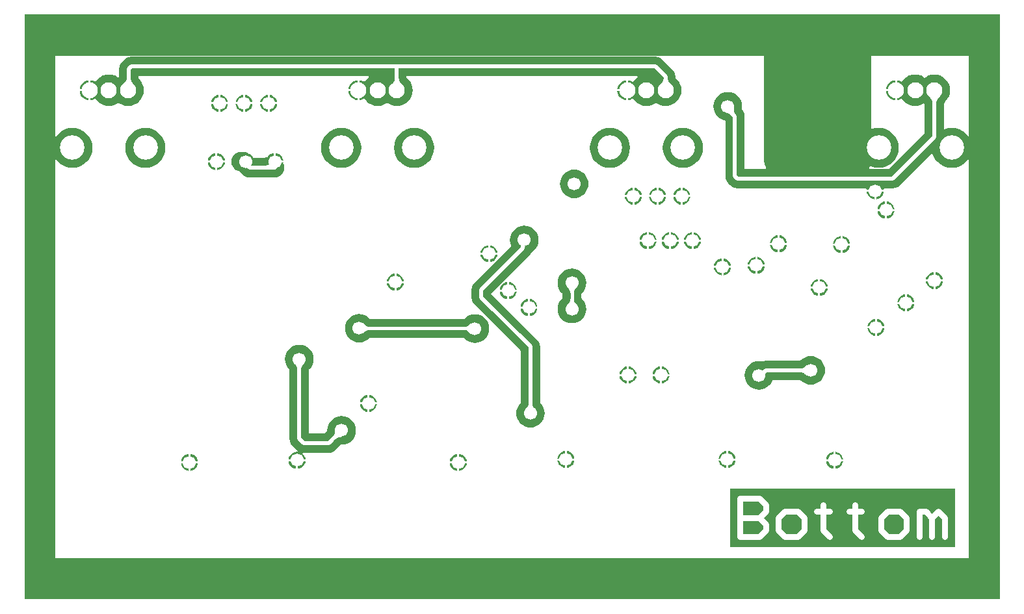
<source format=gbr>
%FSDAX33Y33*%
%MOMM*%
%SFA1B1*%

%IPPOS*%
%AMD1002*
%
%ADD38C,0.399999*%
%ADD63C,0.499999*%
%ADD64C,0.800001*%
%ADD65C,2.100001*%
%ADD66C,3.200001*%
%ADD67C,1.699999*%
%LNbotcopper-1*%
%LPD*%
G36*
X127000Y076200D02*
X000000D01*
Y000000*
X127000*
Y076200*
G37*
%LNbotcopper-2*%
%LPC*%
G36*
X004011Y060410D02*
X004138Y060365D01*
X004405Y060690*
X004801Y061015*
X005252Y061257*
X005743Y061405*
X006252Y061455*
X006762Y061405*
X007252Y061257*
X007704Y061015*
X008100Y060690*
X008425Y060294*
X008666Y059843*
X008815Y059353*
X008865Y058843*
X008815Y058333*
X008666Y057843*
X008425Y057391*
X008100Y056996*
X007704Y056671*
X007252Y056429*
X006762Y056281*
X006252Y056230*
X005743Y056281*
X005252Y056429*
X004801Y056671*
X004405Y056996*
X004138Y057321*
X004011Y057275*
Y005352*
X122994*
Y057275*
X122867Y057321*
X122600Y056996*
X122204Y056671*
X121752Y056429*
X121262Y056281*
X120752Y056230*
X120243Y056281*
X119752Y056429*
X119301Y056671*
X118905Y056996*
X118580Y057391*
X118339Y057843*
X118269Y058073*
X118146Y058103*
X113994Y053951*
X113733Y053751*
X113429Y053625*
X113102Y053582*
X113102*
X111984*
X111888Y053455*
X111899Y053370*
X109705*
X109717Y053455*
X109621Y053582*
X092832*
X092506Y053625*
X092202Y053751*
X091940Y053951*
X091648Y054244*
X091447Y054505*
X091321Y054809*
X091278Y055136*
Y062396*
X091172Y062433*
X091102Y062453*
X091038Y062481*
X090891Y062525*
X090569Y062697*
X090288Y062928*
X090057Y063210*
X089885Y063532*
X089779Y063880*
X089743Y064243*
X089779Y064606*
X089885Y064954*
X090057Y065276*
X090288Y065557*
X090569Y065789*
X090891Y065960*
X091240Y066066*
X091602Y066102*
X091965Y066066*
X092314Y065960*
X092635Y065789*
X092917Y065557*
X093148Y065276*
X093320Y064954*
X093426Y064606*
X093461Y064243*
X093426Y063880*
X093425Y063878*
X093431Y063873*
X093631Y063612*
X093757Y063308*
X093800Y062981*
Y056104*
X096524*
X096580Y056178*
X096600Y056231*
X096457Y056576*
X096431Y056672*
X096399Y056766*
X096323Y057150*
X096318Y057224*
X096305Y057297*
X096295Y057493*
X096297Y057518*
X096294Y057543*
Y070834*
X004011*
Y060410*
G37*
G36*
X110311Y061381D02*
X110413Y061305D01*
X110743Y061405*
X111252Y061455*
X111762Y061405*
X112252Y061257*
X112704Y061015*
X113100Y060690*
X113425Y060294*
X113666Y059843*
X113815Y059353*
X113865Y058843*
X113815Y058333*
X113666Y057843*
X113425Y057391*
X113100Y056996*
X112704Y056671*
X112252Y056429*
X111762Y056281*
X111252Y056230*
X110743Y056281*
X110252Y056429*
X110200Y056457*
X110081Y056414*
X110005Y056231*
X110025Y056178*
X110081Y056104*
X112580*
X117242Y060765*
Y064544*
X117207Y064575*
X117115Y064613*
X116791Y064440*
X116404Y064323*
X116002Y064283*
X115600Y064323*
X115214Y064440*
X114858Y064630*
X114546Y064886*
X114290Y065198*
X114183Y065221*
X114160Y065204*
X113843Y065072*
X113629Y065044*
Y066343*
Y067641*
X113843Y067613*
X114160Y067482*
X114183Y067464*
X114290Y067487*
X114546Y067799*
X114858Y068056*
X115214Y068246*
X115600Y068363*
X116002Y068403*
X116404Y068363*
X116791Y068246*
X117147Y068056*
X117252Y067969*
X117358Y068056*
X117714Y068246*
X118100Y068363*
X118502Y068403*
X118904Y068363*
X119291Y068246*
X119647Y068056*
X119959Y067799*
X120215Y067487*
X120405Y067131*
X120523Y066745*
X120562Y066343*
X120523Y065941*
X120405Y065555*
X120215Y065198*
X119959Y064886*
X119949Y064878*
X119885Y064813*
X119838Y064759*
X119803Y064714*
X119778Y064678*
X119763Y064653*
Y061366*
X119865Y061291*
X120243Y061405*
X120752Y061455*
X121262Y061405*
X121752Y061257*
X122204Y061015*
X122600Y060690*
X122867Y060365*
X122994Y060410*
Y070834*
X110311*
Y061381*
G37*
G36*
X092578Y063296D02*
X092526Y063354D01*
X092481Y063415*
X092445Y063479*
X092416Y063546*
X092396Y063615*
X092384Y063687*
X092381Y063763*
X092385Y063841*
X092398Y063921*
X092418Y064005*
X091381Y063422*
X091478Y063394*
X091657Y063332*
X091738Y063298*
X091886Y063223*
X091952Y063182*
X092013Y063139*
X092069Y063094*
X092120Y063047*
X092578Y063296*
G37*
G36*
X118752Y064693D02*
X118757Y064779D01*
X118772Y064865*
X118796Y064952*
X118830Y065041*
X118874Y065130*
X118927Y065221*
X118990Y065312*
X119063Y065405*
X119145Y065498*
X119237Y065593*
X117767*
X117859Y065498*
X118015Y065312*
X118078Y065221*
X118131Y065130*
X118175Y065041*
X118209Y064952*
X118233Y064865*
X118247Y064779*
X118252Y064693*
X118752*
G37*
%LNbotcopper-3*%
%LPD*%
G36*
X043375Y067641D02*
Y066470D01*
X042204*
X042232Y066683*
X042363Y067001*
X042572Y067273*
X042845Y067482*
X043162Y067613*
X043375Y067641*
G37*
G36*
X078375D02*
Y066470D01*
X077204*
X077232Y066683*
X077363Y067001*
X077572Y067273*
X077845Y067482*
X078162Y067613*
X078375Y067641*
G37*
G36*
X008375D02*
Y066470D01*
X007204*
X007232Y066683*
X007363Y067001*
X007572Y067273*
X007845Y067482*
X008162Y067613*
X008375Y067641*
G37*
G36*
X013895Y070704D02*
X082202D01*
X082529Y070661*
X082833Y070535*
X083094Y070334*
Y070334*
X084394Y069034*
X084594Y068773*
X084720Y068469*
X084763Y068143*
Y068033*
X084778Y068008*
X084794Y067984*
X084895Y067863*
X084949Y067807*
X084959Y067799*
X085215Y067487*
X085405Y067131*
X085523Y066745*
X085562Y066343*
X085523Y065941*
X085405Y065555*
X085215Y065198*
X084959Y064886*
X084647Y064630*
X084291Y064440*
X083904Y064323*
X083502Y064283*
X083100Y064323*
X082714Y064440*
X082358Y064630*
X082252Y064717*
X082147Y064630*
X081791Y064440*
X081404Y064323*
X081002Y064283*
X080600Y064323*
X080214Y064440*
X079858Y064630*
X079546Y064886*
X079290Y065198*
X079183Y065221*
X079160Y065204*
X078843Y065072*
X078629Y065044*
Y066343*
Y067641*
X078843Y067613*
X079160Y067482*
X079183Y067464*
X079290Y067487*
X079546Y067799*
X079858Y068056*
X079864Y068059*
X079833Y068182*
X049763*
Y068033*
X049778Y068008*
X049794Y067984*
X049895Y067863*
X049949Y067807*
X049959Y067799*
X050215Y067487*
X050405Y067131*
X050523Y066745*
X050562Y066343*
X050523Y065941*
X050405Y065555*
X050215Y065198*
X049959Y064886*
X049647Y064630*
X049291Y064440*
X048904Y064323*
X048502Y064283*
X048100Y064323*
X047714Y064440*
X047358Y064630*
X047252Y064717*
X047147Y064630*
X046791Y064440*
X046404Y064323*
X046002Y064283*
X045600Y064323*
X045214Y064440*
X044858Y064630*
X044546Y064886*
X044290Y065198*
X044183Y065221*
X044160Y065204*
X043843Y065072*
X043629Y065044*
Y066343*
Y067641*
X043843Y067613*
X044160Y067482*
X044183Y067464*
X044290Y067487*
X044546Y067799*
X044858Y068056*
X044864Y068059*
X044833Y068182*
X014863*
Y067989*
X014864Y067987*
X014876Y067960*
X014896Y067921*
X014920Y067882*
X015023Y067735*
X015089Y067654*
X015122Y067601*
X015215Y067487*
X015405Y067131*
X015523Y066745*
X015562Y066343*
X015523Y065941*
X015405Y065555*
X015215Y065198*
X014959Y064886*
X014647Y064630*
X014291Y064440*
X013904Y064323*
X013502Y064283*
X013100Y064323*
X012714Y064440*
X012358Y064630*
X012252Y064717*
X012147Y064630*
X011791Y064440*
X011404Y064323*
X011002Y064283*
X010600Y064323*
X010214Y064440*
X009858Y064630*
X009546Y064886*
X009290Y065198*
X009183Y065221*
X009160Y065204*
X008843Y065072*
X008629Y065044*
Y066343*
Y067641*
X008843Y067613*
X009160Y067482*
X009183Y067464*
X009290Y067487*
X009546Y067799*
X009858Y068056*
X010214Y068246*
X010600Y068363*
X011002Y068403*
X011404Y068363*
X011791Y068246*
X012147Y068056*
X012244Y067975*
X012261Y067990*
X012303Y068030*
X012332Y068062*
X012341Y068074*
Y069150*
X012384Y069476*
X012510Y069780*
X012711Y070041*
X013004Y070334*
X013265Y070535*
X013569Y070661*
X013895Y070704*
G37*
G36*
X077204Y066216D02*
X078375D01*
Y065044*
X078162Y065072*
X077845Y065204*
X077572Y065413*
X077363Y065685*
X077232Y066002*
X077204Y066216*
G37*
G36*
X042204D02*
X043375D01*
Y065044*
X043162Y065072*
X042845Y065204*
X042572Y065413*
X042363Y065685*
X042232Y066002*
X042204Y066216*
G37*
G36*
X007204D02*
X008375D01*
Y065044*
X008162Y065072*
X007845Y065204*
X007572Y065413*
X007363Y065685*
X007232Y066002*
X007204Y066216*
G37*
G36*
X025275Y065740D02*
Y064770D01*
X024305*
X024327Y064931*
X024438Y065200*
X024615Y065430*
X024846Y065607*
X025114Y065718*
X025275Y065740*
G37*
G36*
X025529D02*
X025690Y065718D01*
X025959Y065607*
X026190Y065430*
X026367Y065200*
X026478Y064931*
X026499Y064770*
X025529*
Y065740*
G37*
G36*
X028475D02*
Y064770D01*
X027505*
X027527Y064931*
X027638Y065200*
X027815Y065430*
X028046Y065607*
X028314Y065718*
X028475Y065740*
G37*
G36*
X028729D02*
X028891Y065718D01*
X029159Y065607*
X029390Y065430*
X029567Y065200*
X029678Y064931*
X029699Y064770*
X028729*
Y065740*
G37*
G36*
X031675D02*
Y064770D01*
X030705*
X030727Y064931*
X030838Y065200*
X031015Y065430*
X031246Y065607*
X031514Y065718*
X031675Y065740*
G37*
G36*
X031929D02*
X032090Y065718D01*
X032359Y065607*
X032590Y065430*
X032767Y065200*
X032878Y064931*
X032899Y064770*
X031929*
Y065740*
G37*
G36*
X024305Y064516D02*
X025275D01*
Y063546*
X025114Y063567*
X024846Y063679*
X024615Y063856*
X024438Y064086*
X024327Y064355*
X024305Y064516*
G37*
G36*
X025529D02*
X026499D01*
X026478Y064355*
X026367Y064086*
X026190Y063856*
X025959Y063679*
X025690Y063567*
X025529Y063546*
Y064516*
G37*
G36*
X027505D02*
X028475D01*
Y063546*
X028314Y063567*
X028046Y063679*
X027815Y063856*
X027638Y064086*
X027527Y064355*
X027505Y064516*
G37*
G36*
X028729D02*
X029699D01*
X029678Y064355*
X029567Y064086*
X029390Y063856*
X029159Y063679*
X028891Y063567*
X028729Y063546*
Y064516*
G37*
G36*
X030705D02*
X031675D01*
Y063546*
X031514Y063567*
X031246Y063679*
X031015Y063856*
X030838Y064086*
X030727Y064355*
X030705Y064516*
G37*
G36*
X031929D02*
X032899D01*
X032878Y064355*
X032767Y064086*
X032590Y063856*
X032359Y063679*
X032090Y063567*
X031929Y063546*
Y064516*
G37*
G36*
X028202Y058304D02*
X028527D01*
X028853Y058261*
X029157Y058135*
X029282Y058039*
X029359Y058007*
X029590Y057830*
X029767Y057600*
X029776Y057577*
X029849Y057504*
X031229*
X031418Y057590*
X031486Y057611*
X031551Y057640*
X031611Y057649*
X031669Y057667*
X031690Y057668*
X031815Y057830*
X032046Y058007*
X032314Y058118*
X032475Y058140*
Y057043*
X032602*
Y056916*
X033699*
X033694Y056874*
X033694Y056873*
X033820Y056569*
X033863Y056243*
X033820Y055917*
X033694Y055612*
X033494Y055351*
X033233Y055151*
X032929Y055025*
X032602Y054982*
X029327*
X029001Y055025*
X028697Y055151*
X028435Y055351*
X027975Y055812*
X027876Y055825*
X027572Y055951*
X027311Y056151*
X027110Y056412*
X026984Y056717*
X026942Y057043*
X026984Y057369*
X027110Y057673*
X027311Y057934*
X027572Y058135*
X027876Y058261*
X028202Y058304*
G37*
G36*
X024875Y058140D02*
Y057170D01*
X023905*
X023927Y057331*
X024038Y057600*
X024215Y057830*
X024446Y058007*
X024714Y058118*
X024875Y058140*
G37*
G36*
X025129D02*
X025290Y058118D01*
X025559Y058007*
X025790Y057830*
X025967Y057600*
X026078Y057331*
X026099Y057170*
X025129*
Y058140*
G37*
G36*
X032729D02*
X032890Y058118D01*
X033159Y058007*
X033390Y057830*
X033567Y057600*
X033678Y057331*
X033699Y057170*
X032729*
Y058140*
G37*
G36*
X015752Y061455D02*
X016262Y061405D01*
X016752Y061257*
X017204Y061015*
X017600Y060690*
X017925Y060294*
X018166Y059843*
X018315Y059353*
X018365Y058843*
X018315Y058333*
X018166Y057843*
X017925Y057391*
X017600Y056996*
X017204Y056671*
X016752Y056429*
X016262Y056281*
X015752Y056230*
X015243Y056281*
X014753Y056429*
X014301Y056671*
X013905Y056996*
X013580Y057391*
X013339Y057843*
X013190Y058333*
X013140Y058843*
X013190Y059353*
X013339Y059843*
X013580Y060294*
X013905Y060690*
X014301Y061015*
X014753Y061257*
X015243Y061405*
X015752Y061455*
G37*
G36*
X041252D02*
X041762Y061405D01*
X042252Y061257*
X042704Y061015*
X043100Y060690*
X043425Y060294*
X043666Y059843*
X043815Y059353*
X043865Y058843*
X043815Y058333*
X043666Y057843*
X043425Y057391*
X043100Y056996*
X042704Y056671*
X042252Y056429*
X041762Y056281*
X041252Y056230*
X040743Y056281*
X040253Y056429*
X039801Y056671*
X039405Y056996*
X039080Y057391*
X038839Y057843*
X038690Y058333*
X038640Y058843*
X038690Y059353*
X038839Y059843*
X039080Y060294*
X039405Y060690*
X039801Y061015*
X040253Y061257*
X040743Y061405*
X041252Y061455*
G37*
G36*
X050752D02*
X051262Y061405D01*
X051752Y061257*
X052204Y061015*
X052600Y060690*
X052925Y060294*
X053166Y059843*
X053315Y059353*
X053365Y058843*
X053315Y058333*
X053166Y057843*
X052925Y057391*
X052600Y056996*
X052204Y056671*
X051752Y056429*
X051262Y056281*
X050752Y056230*
X050243Y056281*
X049752Y056429*
X049301Y056671*
X048905Y056996*
X048580Y057391*
X048339Y057843*
X048190Y058333*
X048140Y058843*
X048190Y059353*
X048339Y059843*
X048580Y060294*
X048905Y060690*
X049301Y061015*
X049752Y061257*
X050243Y061405*
X050752Y061455*
G37*
G36*
X076252D02*
X076762Y061405D01*
X077252Y061257*
X077704Y061015*
X078100Y060690*
X078425Y060294*
X078666Y059843*
X078815Y059353*
X078865Y058843*
X078815Y058333*
X078666Y057843*
X078425Y057391*
X078100Y056996*
X077704Y056671*
X077252Y056429*
X076762Y056281*
X076252Y056230*
X075743Y056281*
X075252Y056429*
X074801Y056671*
X074405Y056996*
X074080Y057391*
X073839Y057843*
X073690Y058333*
X073640Y058843*
X073690Y059353*
X073839Y059843*
X074080Y060294*
X074405Y060690*
X074801Y061015*
X075252Y061257*
X075743Y061405*
X076252Y061455*
G37*
G36*
X085752D02*
X086262Y061405D01*
X086752Y061257*
X087204Y061015*
X087600Y060690*
X087925Y060294*
X088166Y059843*
X088315Y059353*
X088365Y058843*
X088315Y058333*
X088166Y057843*
X087925Y057391*
X087600Y056996*
X087204Y056671*
X086752Y056429*
X086262Y056281*
X085752Y056230*
X085243Y056281*
X084752Y056429*
X084301Y056671*
X083905Y056996*
X083580Y057391*
X083339Y057843*
X083190Y058333*
X083140Y058843*
X083190Y059353*
X083339Y059843*
X083580Y060294*
X083905Y060690*
X084301Y061015*
X084752Y061257*
X085243Y061405*
X085752Y061455*
G37*
G36*
X023905Y056916D02*
X024875D01*
Y055946*
X024714Y055967*
X024446Y056079*
X024215Y056255*
X024038Y056486*
X023927Y056755*
X023905Y056916*
G37*
G36*
X025129D02*
X026099D01*
X026078Y056755*
X025967Y056486*
X025790Y056255*
X025559Y056079*
X025290Y055967*
X025129Y055946*
Y056916*
G37*
G36*
X079175Y053640D02*
Y052670D01*
X078205*
X078227Y052831*
X078338Y053100*
X078515Y053330*
X078746Y053507*
X079014Y053618*
X079175Y053640*
G37*
G36*
X079429D02*
X079591Y053618D01*
X079859Y053507*
X080090Y053330*
X080267Y053100*
X080378Y052831*
X080399Y052670*
X079429*
Y053640*
G37*
G36*
X082325D02*
Y052670D01*
X081355*
X081377Y052831*
X081488Y053100*
X081665Y053330*
X081896Y053507*
X082164Y053618*
X082325Y053640*
G37*
G36*
X082579D02*
X082740Y053618D01*
X083009Y053507*
X083240Y053330*
X083417Y053100*
X083528Y052831*
X083549Y052670*
X082579*
Y053640*
G37*
G36*
X085475D02*
Y052670D01*
X084505*
X084527Y052831*
X084638Y053100*
X084815Y053330*
X085046Y053507*
X085314Y053618*
X085475Y053640*
G37*
G36*
X085729D02*
X085890Y053618D01*
X086159Y053507*
X086390Y053330*
X086567Y053100*
X086678Y052831*
X086699Y052670*
X085729*
Y053640*
G37*
G36*
X071602Y056002D02*
X071965Y055966D01*
X072314Y055860*
X072635Y055689*
X072917Y055457*
X073148Y055176*
X073320Y054854*
X073426Y054506*
X073461Y054143*
X073426Y053780*
X073320Y053431*
X073148Y053110*
X072917Y052828*
X072635Y052597*
X072314Y052425*
X071965Y052320*
X071602Y052284*
X071240Y052320*
X070891Y052425*
X070570Y052597*
X070288Y052828*
X070057Y053110*
X069885Y053431*
X069779Y053780*
X069743Y054143*
X069779Y054506*
X069885Y054854*
X070057Y055176*
X070288Y055457*
X070570Y055689*
X070891Y055860*
X071240Y055966*
X071602Y056002*
G37*
G36*
X109705Y053116D02*
X110675D01*
Y052146*
X110514Y052167*
X110246Y052279*
X110015Y052456*
X109838Y052686*
X109727Y052955*
X109705Y053116*
G37*
G36*
X110929D02*
X111899D01*
X111878Y052955*
X111767Y052686*
X111590Y052456*
X111359Y052279*
X111090Y052167*
X110929Y052146*
Y053116*
G37*
G36*
X078205Y052416D02*
X079175D01*
Y051446*
X079014Y051467*
X078746Y051579*
X078515Y051756*
X078338Y051986*
X078227Y052255*
X078205Y052416*
G37*
G36*
X079429D02*
X080399D01*
X080378Y052255*
X080267Y051986*
X080090Y051756*
X079859Y051579*
X079591Y051467*
X079429Y051446*
Y052416*
G37*
G36*
X081355D02*
X082325D01*
Y051446*
X082164Y051467*
X081896Y051579*
X081665Y051756*
X081488Y051986*
X081377Y052255*
X081355Y052416*
G37*
G36*
X082579D02*
X083549D01*
X083528Y052255*
X083417Y051986*
X083240Y051756*
X083009Y051579*
X082740Y051467*
X082579Y051446*
Y052416*
G37*
G36*
X084505D02*
X085475D01*
Y051446*
X085314Y051467*
X085046Y051579*
X084815Y051756*
X084638Y051986*
X084527Y052255*
X084505Y052416*
G37*
G36*
X085729D02*
X086699D01*
X086678Y052255*
X086567Y051986*
X086390Y051756*
X086159Y051579*
X085890Y051467*
X085729Y051446*
Y052416*
G37*
G36*
X112075Y051840D02*
Y050870D01*
X111105*
X111127Y051031*
X111238Y051300*
X111415Y051530*
X111646Y051707*
X111914Y051818*
X112075Y051840*
G37*
G36*
X112329D02*
X112490Y051818D01*
X112759Y051707*
X112990Y051530*
X113167Y051300*
X113278Y051031*
X113299Y050870*
X112329*
Y051840*
G37*
G36*
X111105Y050616D02*
X112075D01*
Y049646*
X111914Y049667*
X111646Y049779*
X111415Y049956*
X111238Y050186*
X111127Y050455*
X111105Y050616*
G37*
G36*
X112329D02*
X113299D01*
X113278Y050455*
X113167Y050186*
X112990Y049956*
X112759Y049779*
X112490Y049667*
X112329Y049646*
Y050616*
G37*
G36*
X081075Y047840D02*
Y046870D01*
X080105*
X080127Y047031*
X080238Y047300*
X080415Y047530*
X080646Y047707*
X080914Y047818*
X081075Y047840*
G37*
G36*
X081329D02*
X081490Y047818D01*
X081759Y047707*
X081990Y047530*
X082167Y047300*
X082278Y047031*
X082299Y046870*
X081329*
Y047840*
G37*
G36*
X083975D02*
Y046870D01*
X083005*
X083027Y047031*
X083138Y047300*
X083315Y047530*
X083546Y047707*
X083814Y047818*
X083975Y047840*
G37*
G36*
X084229D02*
X084390Y047818D01*
X084659Y047707*
X084890Y047530*
X085067Y047300*
X085178Y047031*
X085199Y046870*
X084229*
Y047840*
G37*
G36*
X086875D02*
Y046870D01*
X085905*
X085927Y047031*
X086038Y047300*
X086215Y047530*
X086446Y047707*
X086714Y047818*
X086875Y047840*
G37*
G36*
X087129D02*
X087290Y047818D01*
X087559Y047707*
X087790Y047530*
X087967Y047300*
X088078Y047031*
X088099Y046870*
X087129*
Y047840*
G37*
G36*
X098075Y047440D02*
Y046470D01*
X097105*
X097127Y046631*
X097238Y046900*
X097415Y047130*
X097646Y047307*
X097914Y047418*
X098075Y047440*
G37*
G36*
X098329D02*
X098490Y047418D01*
X098759Y047307*
X098990Y047130*
X099167Y046900*
X099278Y046631*
X099299Y046470*
X098329*
Y047440*
G37*
G36*
X106275Y047340D02*
Y046370D01*
X105305*
X105327Y046531*
X105438Y046800*
X105615Y047030*
X105846Y047207*
X106114Y047318*
X106275Y047340*
G37*
G36*
X106529D02*
X106690Y047318D01*
X106959Y047207*
X107190Y047030*
X107367Y046800*
X107478Y046531*
X107499Y046370*
X106529*
Y047340*
G37*
G36*
X080105Y046616D02*
X081075D01*
Y045646*
X080914Y045667*
X080646Y045779*
X080415Y045956*
X080238Y046186*
X080127Y046455*
X080105Y046616*
G37*
G36*
X081329D02*
X082299D01*
X082278Y046455*
X082167Y046186*
X081990Y045956*
X081759Y045779*
X081490Y045667*
X081329Y045646*
Y046616*
G37*
G36*
X083005D02*
X083975D01*
Y045646*
X083814Y045667*
X083546Y045779*
X083315Y045956*
X083138Y046186*
X083027Y046455*
X083005Y046616*
G37*
G36*
X084229D02*
X085199D01*
X085178Y046455*
X085067Y046186*
X084890Y045956*
X084659Y045779*
X084390Y045667*
X084229Y045646*
Y046616*
G37*
G36*
X085905D02*
X086875D01*
Y045646*
X086714Y045667*
X086446Y045779*
X086215Y045956*
X086038Y046186*
X085927Y046455*
X085905Y046616*
G37*
G36*
X087129D02*
X088099D01*
X088078Y046455*
X087967Y046186*
X087790Y045956*
X087559Y045779*
X087290Y045667*
X087129Y045646*
Y046616*
G37*
G36*
X097105Y046216D02*
X098075D01*
Y045246*
X097914Y045267*
X097646Y045379*
X097415Y045556*
X097238Y045786*
X097127Y046055*
X097105Y046216*
G37*
G36*
X098329D02*
X099299D01*
X099278Y046055*
X099167Y045786*
X098990Y045556*
X098759Y045379*
X098490Y045267*
X098329Y045246*
Y046216*
G37*
G36*
X060375Y046140D02*
Y045170D01*
X059405*
X059427Y045331*
X059538Y045600*
X059715Y045830*
X059946Y046007*
X060214Y046118*
X060375Y046140*
G37*
G36*
X060629D02*
X060790Y046118D01*
X061059Y046007*
X061290Y045830*
X061467Y045600*
X061578Y045331*
X061599Y045170*
X060629*
Y046140*
G37*
G36*
X105305Y046116D02*
X106275D01*
Y045146*
X106114Y045167*
X105846Y045279*
X105615Y045456*
X105438Y045686*
X105327Y045955*
X105305Y046116*
G37*
G36*
X106529D02*
X107499D01*
X107478Y045955*
X107367Y045686*
X107190Y045456*
X106959Y045279*
X106690Y045167*
X106529Y045146*
Y046116*
G37*
G36*
X059405Y044916D02*
X060375D01*
Y043946*
X060214Y043967*
X059946Y044079*
X059715Y044255*
X059538Y044486*
X059427Y044755*
X059405Y044916*
G37*
G36*
X060629D02*
X061599D01*
X061578Y044755*
X061467Y044486*
X061290Y044255*
X061059Y044079*
X060790Y043967*
X060629Y043946*
Y044916*
G37*
G36*
X095175Y044640D02*
Y043670D01*
X094205*
X094227Y043831*
X094338Y044100*
X094515Y044330*
X094746Y044507*
X095014Y044618*
X095175Y044640*
G37*
G36*
X095429D02*
X095590Y044618D01*
X095859Y044507*
X096090Y044330*
X096267Y044100*
X096378Y043831*
X096399Y043670*
X095429*
Y044640*
G37*
G36*
X090775Y044440D02*
Y043470D01*
X089805*
X089827Y043631*
X089938Y043900*
X090115Y044130*
X090346Y044307*
X090614Y044418*
X090775Y044440*
G37*
G36*
X091029D02*
X091190Y044418D01*
X091459Y044307*
X091690Y044130*
X091867Y043900*
X091978Y043631*
X091999Y043470*
X091029*
Y044440*
G37*
G36*
X094205Y043416D02*
X095175D01*
Y042446*
X095014Y042467*
X094746Y042579*
X094515Y042755*
X094338Y042986*
X094227Y043255*
X094205Y043416*
G37*
G36*
X095429D02*
X096399D01*
X096378Y043255*
X096267Y042986*
X096090Y042755*
X095859Y042579*
X095590Y042467*
X095429Y042446*
Y043416*
G37*
G36*
X089805Y043216D02*
X090775D01*
Y042246*
X090614Y042267*
X090346Y042379*
X090115Y042555*
X089938Y042786*
X089827Y043055*
X089805Y043216*
G37*
G36*
X091029D02*
X091999D01*
X091978Y043055*
X091867Y042786*
X091690Y042555*
X091459Y042379*
X091190Y042267*
X091029Y042246*
Y043216*
G37*
G36*
X118375Y042640D02*
Y041670D01*
X117405*
X117427Y041831*
X117538Y042100*
X117715Y042330*
X117946Y042507*
X118214Y042618*
X118375Y042640*
G37*
G36*
X118629D02*
X118790Y042618D01*
X119059Y042507*
X119290Y042330*
X119467Y042100*
X119578Y041831*
X119599Y041670*
X118629*
Y042640*
G37*
G36*
X048175Y042440D02*
Y041470D01*
X047205*
X047227Y041631*
X047338Y041900*
X047515Y042130*
X047746Y042307*
X048014Y042418*
X048175Y042440*
G37*
G36*
X048429D02*
X048590Y042418D01*
X048859Y042307*
X049090Y042130*
X049267Y041900*
X049378Y041631*
X049399Y041470*
X048429*
Y042440*
G37*
G36*
X103375Y041740D02*
Y040770D01*
X102405*
X102427Y040931*
X102538Y041200*
X102715Y041430*
X102946Y041607*
X103214Y041718*
X103375Y041740*
G37*
G36*
X103629D02*
X103790Y041718D01*
X104059Y041607*
X104290Y041430*
X104467Y041200*
X104578Y040931*
X104599Y040770*
X103629*
Y041740*
G37*
G36*
X117405Y041416D02*
X118375D01*
Y040446*
X118214Y040467*
X117946Y040579*
X117715Y040756*
X117538Y040986*
X117427Y041255*
X117405Y041416*
G37*
G36*
X118629D02*
X119599D01*
X119578Y041255*
X119467Y040986*
X119290Y040756*
X119059Y040579*
X118790Y040467*
X118629Y040446*
Y041416*
G37*
G36*
X062875Y041340D02*
Y040370D01*
X061905*
X061927Y040531*
X062038Y040800*
X062215Y041030*
X062446Y041207*
X062714Y041318*
X062875Y041340*
G37*
G36*
X063129D02*
X063290Y041318D01*
X063559Y041207*
X063790Y041030*
X063967Y040800*
X064078Y040531*
X064099Y040370*
X063129*
Y041340*
G37*
G36*
X047205Y041216D02*
X048175D01*
Y040246*
X048014Y040267*
X047746Y040379*
X047515Y040556*
X047338Y040786*
X047227Y041055*
X047205Y041216*
G37*
G36*
X048429D02*
X049399D01*
X049378Y041055*
X049267Y040786*
X049090Y040556*
X048859Y040379*
X048590Y040267*
X048429Y040246*
Y041216*
G37*
G36*
X102405Y040516D02*
X103375D01*
Y039546*
X103214Y039567*
X102946Y039679*
X102715Y039856*
X102538Y040086*
X102427Y040355*
X102405Y040516*
G37*
G36*
X103629D02*
X104599D01*
X104578Y040355*
X104467Y040086*
X104290Y039856*
X104059Y039679*
X103790Y039567*
X103629Y039546*
Y040516*
G37*
G36*
X061905Y040116D02*
X062875D01*
Y039146*
X062714Y039167*
X062446Y039279*
X062215Y039456*
X062038Y039686*
X061927Y039955*
X061905Y040116*
G37*
G36*
X063129D02*
X064099D01*
X064078Y039955*
X063967Y039686*
X063790Y039456*
X063559Y039279*
X063290Y039167*
X063129Y039146*
Y040116*
G37*
G36*
X114675Y039740D02*
Y038770D01*
X113705*
X113727Y038931*
X113838Y039200*
X114015Y039430*
X114246Y039607*
X114514Y039718*
X114675Y039740*
G37*
G36*
X114929D02*
X115090Y039718D01*
X115359Y039607*
X115590Y039430*
X115767Y039200*
X115878Y038931*
X115899Y038770*
X114929*
Y039740*
G37*
G36*
X065575Y039140D02*
Y038170D01*
X064605*
X064627Y038331*
X064738Y038600*
X064915Y038830*
X065146Y039007*
X065414Y039118*
X065575Y039140*
G37*
G36*
X065829D02*
X065990Y039118D01*
X066259Y039007*
X066490Y038830*
X066667Y038600*
X066778Y038331*
X066799Y038170*
X065829*
Y039140*
G37*
G36*
X113705Y038516D02*
X114675D01*
Y037546*
X114514Y037567*
X114246Y037679*
X114015Y037856*
X113838Y038086*
X113727Y038355*
X113705Y038516*
G37*
G36*
X114929D02*
X115899D01*
X115878Y038355*
X115767Y038086*
X115590Y037856*
X115359Y037679*
X115090Y037567*
X114929Y037546*
Y038516*
G37*
G36*
X064605Y037916D02*
X065575D01*
Y036946*
X065414Y036967*
X065146Y037079*
X064915Y037256*
X064738Y037486*
X064627Y037755*
X064605Y037916*
G37*
G36*
X065829D02*
X066799D01*
X066778Y037755*
X066667Y037486*
X066490Y037256*
X066259Y037079*
X065990Y036967*
X065829Y036946*
Y037916*
G37*
G36*
X043602Y037202D02*
X043965Y037166D01*
X044314Y037060*
X044635Y036889*
X044917Y036657*
X044937Y036633*
X044951Y036622*
X045006Y036564*
X045039Y036534*
X045046Y036528*
X057245*
X057334Y036598*
X057387Y036647*
X057435Y036681*
X057627Y036839*
X057948Y037010*
X058297Y037116*
X058659Y037152*
X059022Y037116*
X059371Y037010*
X059692Y036839*
X059974Y036607*
X060205Y036326*
X060377Y036004*
X060483Y035656*
X060518Y035293*
X060483Y034930*
X060377Y034581*
X060205Y034260*
X059974Y033978*
X059692Y033747*
X059371Y033575*
X059022Y033470*
X058659Y033434*
X058297Y033470*
X057948Y033575*
X057627Y033747*
X057345Y033978*
X057325Y034003*
X057311Y034014*
X057255Y034071*
X057223Y034102*
X057215Y034108*
X045016*
X044928Y034037*
X044875Y033988*
X044827Y033954*
X044635Y033797*
X044314Y033625*
X043965Y033520*
X043602Y033484*
X043240Y033520*
X042891Y033625*
X042570Y033797*
X042288Y034028*
X042057Y034310*
X041885Y034632*
X041779Y034980*
X041743Y035343*
X041779Y035706*
X041885Y036054*
X042057Y036376*
X042288Y036657*
X042570Y036889*
X042891Y037060*
X043240Y037166*
X043602Y037202*
G37*
G36*
X071302Y043102D02*
X071665Y043066D01*
X072014Y042960*
X072335Y042789*
X072617Y042557*
X072848Y042276*
X073020Y041954*
X073126Y041606*
X073161Y041243*
X073126Y040880*
X073020Y040531*
X072848Y040210*
X072617Y039928*
X072614Y039926*
X072562Y039873*
X072530Y039836*
X072513Y039815*
Y039274*
X072571Y039203*
X072614Y039160*
X072617Y039157*
X072848Y038876*
X073020Y038554*
X073126Y038206*
X073161Y037843*
X073126Y037480*
X073020Y037132*
X072848Y036810*
X072617Y036528*
X072335Y036297*
X072014Y036125*
X071665Y036020*
X071302Y035984*
X070940Y036020*
X070591Y036125*
X070270Y036297*
X069988Y036528*
X069757Y036810*
X069585Y037132*
X069479Y037480*
X069443Y037843*
X069479Y038206*
X069585Y038554*
X069757Y038876*
X069988Y039157*
X069991Y039160*
X070043Y039213*
X070075Y039249*
X070092Y039271*
Y039812*
X070033Y039882*
X069991Y039926*
X069988Y039928*
X069757Y040210*
X069585Y040531*
X069479Y040880*
X069443Y041243*
X069479Y041606*
X069585Y041954*
X069757Y042276*
X069988Y042557*
X070270Y042789*
X070591Y042960*
X070940Y043066*
X071302Y043102*
G37*
G36*
X110775Y036540D02*
Y035570D01*
X109805*
X109827Y035731*
X109938Y036000*
X110115Y036230*
X110346Y036407*
X110614Y036518*
X110775Y036540*
G37*
G36*
X111029D02*
X111190Y036518D01*
X111459Y036407*
X111690Y036230*
X111867Y036000*
X111978Y035731*
X111999Y035570*
X111029*
Y036540*
G37*
G36*
X109805Y035316D02*
X110775D01*
Y034346*
X110614Y034367*
X110346Y034479*
X110115Y034656*
X109938Y034886*
X109827Y035155*
X109805Y035316*
G37*
G36*
X111029D02*
X111999D01*
X111978Y035155*
X111867Y034886*
X111690Y034656*
X111459Y034479*
X111190Y034367*
X111029Y034346*
Y035316*
G37*
G36*
X078475Y030340D02*
Y029370D01*
X077505*
X077527Y029531*
X077638Y029800*
X077815Y030030*
X078046Y030207*
X078314Y030318*
X078475Y030340*
G37*
G36*
X078729D02*
X078890Y030318D01*
X079159Y030207*
X079390Y030030*
X079567Y029800*
X079678Y029531*
X079699Y029370*
X078729*
Y030340*
G37*
G36*
X082775D02*
Y029370D01*
X081805*
X081827Y029531*
X081938Y029800*
X082115Y030030*
X082346Y030207*
X082614Y030318*
X082775Y030340*
G37*
G36*
X083029D02*
X083190Y030318D01*
X083459Y030207*
X083690Y030030*
X083867Y029800*
X083978Y029531*
X083999Y029370*
X083029*
Y030340*
G37*
G36*
X077505Y029116D02*
X078475D01*
Y028146*
X078314Y028167*
X078046Y028279*
X077815Y028456*
X077638Y028686*
X077527Y028955*
X077505Y029116*
G37*
G36*
X078729D02*
X079699D01*
X079678Y028955*
X079567Y028686*
X079390Y028456*
X079159Y028279*
X078890Y028167*
X078729Y028146*
Y029116*
G37*
G36*
X081805D02*
X082775D01*
Y028146*
X082614Y028167*
X082346Y028279*
X082115Y028456*
X081938Y028686*
X081827Y028955*
X081805Y029116*
G37*
G36*
X083029D02*
X083999D01*
X083978Y028955*
X083867Y028686*
X083690Y028456*
X083459Y028279*
X083190Y028167*
X083029Y028146*
Y029116*
G37*
G36*
X102402Y031702D02*
X102765Y031666D01*
X103114Y031560*
X103435Y031389*
X103717Y031157*
X103948Y030876*
X104120Y030554*
X104226Y030206*
X104261Y029843*
X104226Y029480*
X104120Y029131*
X103948Y028810*
X103717Y028528*
X103435Y028297*
X103114Y028125*
X102765Y028020*
X102402Y027984*
X102040Y028020*
X101691Y028125*
X101370Y028297*
X101103Y028516*
X101095Y028522*
X101091Y028526*
X101088Y028528*
X101086Y028531*
X101050Y028566*
X101030Y028582*
X097403*
X097371Y028477*
X097200Y028155*
X096968Y027874*
X096687Y027643*
X096365Y027471*
X096017Y027365*
X095654Y027329*
X095291Y027365*
X094943Y027471*
X094621Y027643*
X094339Y027874*
X094108Y028155*
X093936Y028477*
X093831Y028826*
X093795Y029188*
X093831Y029551*
X093936Y029900*
X094108Y030221*
X094339Y030503*
X094621Y030734*
X094943Y030906*
X095291Y031011*
X095654Y031047*
X096017Y031011*
X096066Y030997*
X096220Y031061*
X096547Y031104*
X101030*
X101050Y031120*
X101086Y031155*
X101088Y031157*
X101091Y031160*
X101095Y031164*
X101103Y031170*
X101370Y031389*
X101691Y031560*
X102040Y031666*
X102402Y031702*
G37*
G36*
X044675Y026640D02*
Y025670D01*
X043705*
X043727Y025831*
X043838Y026100*
X044015Y026330*
X044246Y026507*
X044514Y026618*
X044675Y026640*
G37*
G36*
X044929D02*
X045090Y026618D01*
X045359Y026507*
X045590Y026330*
X045767Y026100*
X045878Y025831*
X045899Y025670*
X044929*
Y026640*
G37*
G36*
X043705Y025416D02*
X044675D01*
Y024446*
X044514Y024467*
X044246Y024579*
X044015Y024756*
X043838Y024986*
X043727Y025255*
X043705Y025416*
G37*
G36*
X044929D02*
X045899D01*
X045878Y025255*
X045767Y024986*
X045590Y024756*
X045359Y024579*
X045090Y024467*
X044929Y024446*
Y025416*
G37*
G36*
X065102Y048702D02*
X065465Y048666D01*
X065814Y048560*
X066135Y048389*
X066417Y048157*
X066648Y047876*
X066820Y047554*
X066926Y047206*
X066961Y046843*
X066926Y046480*
X066820Y046131*
X066648Y045810*
X066417Y045528*
X066135Y045297*
X066066Y045261*
X066013Y045131*
X065812Y044870*
X060785Y039843*
X066794Y033834*
X066994Y033573*
X067120Y033269*
X067163Y032943*
Y025615*
X067179Y025596*
X067214Y025559*
X067217Y025557*
X067220Y025554*
X067224Y025550*
X067229Y025543*
X067448Y025276*
X067620Y024954*
X067726Y024606*
X067761Y024243*
X067726Y023880*
X067620Y023532*
X067448Y023210*
X067217Y022928*
X066935Y022697*
X066614Y022525*
X066265Y022420*
X065902Y022384*
X065540Y022420*
X065191Y022525*
X064869Y022697*
X064588Y022928*
X064357Y023210*
X064185Y023532*
X064079Y023880*
X064043Y024243*
X064079Y024606*
X064185Y024954*
X064357Y025276*
X064576Y025543*
X064581Y025550*
X064585Y025554*
X064588Y025557*
X064590Y025559*
X064625Y025596*
X064642Y025615*
Y032421*
X058611Y038451*
X058410Y038713*
X058284Y039017*
X058241Y039343*
Y039343*
Y040343*
Y040343*
X058284Y040669*
X058410Y040973*
X058611Y041234*
Y041234*
X063428Y046051*
X063385Y046131*
X063279Y046480*
X063243Y046843*
X063279Y047206*
X063385Y047554*
X063557Y047876*
X063788Y048157*
X064070Y048389*
X064391Y048560*
X064740Y048666*
X065102Y048702*
G37*
G36*
X035794Y033173D02*
X036157Y033138D01*
X036506Y033032*
X036827Y032860*
X037109Y032629*
X037340Y032347*
X037512Y032026*
X037618Y031677*
X037653Y031314*
X037618Y030952*
X037512Y030603*
X037340Y030282*
X037146Y030046*
X037127Y030019*
X037083Y029973*
X037066Y029952*
X037063Y029948*
Y021606*
X039107*
X039441Y021939*
X039443Y021964*
X039444Y022015*
X039443Y022018*
X039444Y022022*
X039444Y022028*
X039445Y022037*
X039479Y022381*
X039585Y022729*
X039757Y023051*
X039988Y023332*
X040269Y023564*
X040591Y023735*
X040940Y023841*
X041302Y023877*
X041665Y023841*
X042014Y023735*
X042335Y023564*
X042617Y023332*
X042848Y023051*
X043020Y022729*
X043126Y022381*
X043161Y022018*
X043126Y021655*
X043020Y021306*
X042848Y020985*
X042617Y020703*
X042335Y020472*
X042014Y020300*
X041665Y020195*
X041321Y020161*
X041312Y020159*
X041307Y020159*
X041302Y020159*
X041299Y020159*
X041249Y020158*
X041224Y020156*
X040521Y019453*
X040260Y019253*
X039956Y019127*
X039629Y019084*
X036400*
X036277Y019100*
X036226Y018979*
X036290Y018930*
X036467Y018700*
X036578Y018431*
X036599Y018270*
X034405*
X034427Y018431*
X034538Y018700*
X034715Y018930*
X034946Y019107*
X035214Y019218*
X035502Y019256*
X035568Y019248*
X035618Y019369*
X035509Y019453*
X034911Y020051*
X034710Y020312*
X034584Y020617*
X034541Y020943*
Y029936*
X034529Y029951*
X034485Y029996*
X034485Y029996*
X034480Y030000*
X034249Y030282*
X034077Y030603*
X033971Y030952*
X033936Y031314*
X033971Y031677*
X034077Y032026*
X034249Y032347*
X034480Y032629*
X034762Y032860*
X035083Y033032*
X035432Y033138*
X035794Y033173*
G37*
G36*
X070375Y019340D02*
Y018370D01*
X069405*
X069427Y018531*
X069538Y018800*
X069715Y019030*
X069946Y019207*
X070214Y019318*
X070375Y019340*
G37*
G36*
X070629D02*
X070790Y019318D01*
X071059Y019207*
X071290Y019030*
X071467Y018800*
X071578Y018531*
X071599Y018370*
X070629*
Y019340*
G37*
G36*
X091375D02*
Y018370D01*
X090405*
X090427Y018531*
X090538Y018800*
X090715Y019030*
X090946Y019207*
X091214Y019318*
X091375Y019340*
G37*
G36*
X091629D02*
X091790Y019318D01*
X092059Y019207*
X092290Y019030*
X092467Y018800*
X092578Y018531*
X092599Y018370*
X091629*
Y019340*
G37*
G36*
X105375Y019240D02*
Y018270D01*
X104405*
X104427Y018431*
X104538Y018700*
X104715Y018930*
X104946Y019107*
X105214Y019218*
X105375Y019240*
G37*
G36*
X105629D02*
X105791Y019218D01*
X106059Y019107*
X106290Y018930*
X106467Y018700*
X106578Y018431*
X106599Y018270*
X105629*
Y019240*
G37*
G36*
X021375Y018940D02*
Y017970D01*
X020405*
X020427Y018131*
X020538Y018400*
X020715Y018630*
X020946Y018807*
X021214Y018918*
X021375Y018940*
G37*
G36*
X021629D02*
X021790Y018918D01*
X022059Y018807*
X022290Y018630*
X022467Y018400*
X022578Y018131*
X022599Y017970*
X021629*
Y018940*
G37*
G36*
X056375D02*
Y017970D01*
X055405*
X055427Y018131*
X055538Y018400*
X055715Y018630*
X055946Y018807*
X056214Y018918*
X056375Y018940*
G37*
G36*
X056629D02*
X056790Y018918D01*
X057059Y018807*
X057290Y018630*
X057467Y018400*
X057578Y018131*
X057599Y017970*
X056629*
Y018940*
G37*
G36*
X069405Y018116D02*
X070375D01*
Y017146*
X070214Y017167*
X069946Y017279*
X069715Y017455*
X069538Y017686*
X069427Y017955*
X069405Y018116*
G37*
G36*
X070629D02*
X071599D01*
X071578Y017955*
X071467Y017686*
X071290Y017455*
X071059Y017279*
X070790Y017167*
X070629Y017146*
Y018116*
G37*
G36*
X090405D02*
X091375D01*
Y017146*
X091214Y017167*
X090946Y017279*
X090715Y017455*
X090538Y017686*
X090427Y017955*
X090405Y018116*
G37*
G36*
X091629D02*
X092599D01*
X092578Y017955*
X092467Y017686*
X092290Y017455*
X092059Y017279*
X091790Y017167*
X091629Y017146*
Y018116*
G37*
G36*
X104405Y018016D02*
X105375D01*
Y017046*
X105214Y017067*
X104946Y017179*
X104715Y017355*
X104538Y017586*
X104427Y017855*
X104405Y018016*
G37*
G36*
X105629D02*
X106599D01*
X106578Y017855*
X106467Y017586*
X106290Y017355*
X106059Y017179*
X105791Y017067*
X105629Y017046*
Y018016*
G37*
G36*
X034405D02*
X035375D01*
Y017046*
X035214Y017067*
X034946Y017179*
X034715Y017355*
X034538Y017586*
X034427Y017855*
X034405Y018016*
G37*
G36*
X035629D02*
X036599D01*
X036578Y017855*
X036467Y017586*
X036290Y017355*
X036059Y017179*
X035790Y017067*
X035629Y017046*
Y018016*
G37*
G36*
X020405Y017716D02*
X021375D01*
Y016746*
X021214Y016767*
X020946Y016879*
X020715Y017055*
X020538Y017286*
X020427Y017555*
X020405Y017716*
G37*
G36*
X021629D02*
X022599D01*
X022578Y017555*
X022467Y017286*
X022290Y017055*
X022059Y016879*
X021790Y016767*
X021629Y016746*
Y017716*
G37*
G36*
X055405D02*
X056375D01*
Y016746*
X056214Y016767*
X055946Y016879*
X055715Y017055*
X055538Y017286*
X055427Y017555*
X055405Y017716*
G37*
G36*
X056629D02*
X057599D01*
X057578Y017555*
X057467Y017286*
X057290Y017055*
X057059Y016879*
X056790Y016767*
X056629Y016746*
Y017716*
G37*
G36*
X091902Y014441D02*
X121160D01*
Y006843*
X091902*
Y014441*
G37*
G36*
X113375Y067641D02*
Y066470D01*
X112204*
X112232Y066683*
X112363Y067001*
X112572Y067273*
X112845Y067482*
X113162Y067613*
X113375Y067641*
G37*
G36*
X112204Y066216D02*
X113375D01*
Y065044*
X113162Y065072*
X112845Y065204*
X112572Y065413*
X112363Y065685*
X112232Y066002*
X112204Y066216*
G37*
%LNbotcopper-4*%
%LPC*%
G54D64*
X119860Y010642D02*
Y008143D01*
X119027Y011475D02*
X119860Y010642D01*
G54D63*
X118502Y060243D02*
Y066343D01*
Y060243D02*
X113102Y054843D01*
G54D64*
X118194Y008143D02*
Y010642D01*
X119027Y011475D01*
X118194Y010642D02*
Y008143D01*
X117361Y011475D02*
X118194Y010642D01*
X116528Y008143D02*
Y011475D01*
X117361D01*
X114862Y008976D02*
Y010642D01*
X114029Y011475D01*
Y008143D02*
X114862Y008976D01*
X114029Y011475D02*
X112363D01*
G54D63*
X113102Y054843D02*
X092832D01*
G54D64*
X112363Y008143D02*
X114029D01*
X112363Y011475D02*
X111530Y010642D01*
Y008976D02*
X112363Y008143D01*
X111530Y010642D02*
Y008976D01*
X109030Y011475D02*
X108197D01*
Y008976D02*
X109030Y008143D01*
X108197Y011475D02*
Y008976D01*
Y011475D02*
X107364D01*
X108197Y012308D02*
Y011475D01*
X107364D02*
X109030D01*
X104865D02*
X104032D01*
Y008976D02*
X104865Y008143D01*
X104032Y011475D02*
Y008976D01*
Y011475D02*
X103199D01*
X104032Y012308D02*
Y011475D01*
X103199D02*
X104865D01*
G54D63*
X102402Y029843D02*
X096547D01*
G54D64*
X101533Y008976D02*
Y010642D01*
X100700Y011475D01*
Y008143D02*
X101533Y008976D01*
X100700Y011475D02*
X099034D01*
Y008143D02*
X100700D01*
X099034Y011475D02*
X098201Y010642D01*
Y008976D02*
X099034Y008143D01*
X098201Y010642D02*
Y008976D01*
G54D63*
X096547Y029843D02*
X095892Y029188D01*
G54D64*
X096535Y008976D02*
Y009809D01*
X095701Y010642D01*
X096535Y011475D02*
Y012308D01*
X095701Y013141D01*
G54D63*
X095892Y029188D02*
X095654D01*
G54D64*
X095701Y008143D02*
X096535Y008976D01*
X095701Y010642D02*
X096535Y011475D01*
X095701Y010642D02*
X093202D01*
X095701Y013141D02*
X093202D01*
Y008143D02*
X095701D01*
X093202Y010642D02*
X095701D01*
X093202Y013141D02*
Y008143D01*
G54D63*
X092832Y054843D02*
X092539Y055136D01*
Y062981D01*
X091602Y063918D01*
Y064243D01*
X083502Y066343D02*
Y068143D01*
X082202Y069443D01*
X048602D01*
G54D38*
X071302Y037843D02*
Y041243D01*
G54D63*
X065902Y024243D02*
Y032943D01*
X059502Y039343D01*
X065102Y046843D02*
X064921Y046662D01*
Y045762D02*
Y046662D01*
Y045762D02*
X059502Y040343D01*
Y039343D02*
Y040343D01*
G54D38*
X058659Y035293D02*
X058634Y035318D01*
X043627D01*
G54D63*
X048602Y069443D02*
X048502Y069343D01*
X048602Y069443D02*
X013895D01*
X048502Y066343D02*
Y069343D01*
G54D38*
X043627Y035318D02*
X043602Y035343D01*
G54D63*
X041302Y022018D02*
X039629Y020345D01*
X036400D01*
X035802Y020943D01*
Y031307D01*
X035794Y031314D01*
X032602Y056243D02*
X029327D01*
X028527Y057043D01*
X028202D01*
X013895Y069443D02*
X013602Y069150D01*
Y066443D02*
Y069150D01*
Y066443D02*
X013502Y066343D01*
G54D66*
X120752Y058843D03*
G54D65*
X118502Y066343D03*
X116002D03*
X113502D03*
G54D66*
X111252Y058843D03*
X085752D03*
G54D65*
X083502Y066343D03*
X081002D03*
X078502D03*
G54D66*
X076252Y058843D03*
X050752D03*
G54D65*
X048502Y066343D03*
X046002D03*
X043502D03*
G54D66*
X041252Y058843D03*
X015752D03*
G54D65*
X013502Y066343D03*
X011002D03*
X008502D03*
G54D66*
X006252Y058843D03*
G36*
X013352Y068012D02*
X013347Y067924D01*
X013332Y067837*
X013306Y067750*
X013271Y067664*
X013225Y067579*
X013169Y067494*
X013102Y067409*
X013026Y067325*
X012939Y067242*
X012842Y067159*
X014305Y067019*
X014219Y067126*
X014074Y067330*
X014015Y067428*
X013966Y067524*
X013925Y067617*
X013893Y067708*
X013870Y067795*
X013857Y067880*
X013852Y067963*
X013352Y068012*
G37*
G36*
X101080Y029593D02*
X101155Y029589D01*
X101229Y029579*
X101303Y029562*
X101375Y029538*
X101447Y029507*
X101518Y029469*
X101589Y029424*
X101658Y029372*
X101727Y029313*
X101795Y029248*
Y030438*
X101727Y030372*
X101658Y030314*
X101589Y030262*
X101518Y030217*
X101447Y030179*
X101375Y030148*
X101303Y030124*
X101229Y030107*
X101155Y030096*
X101080Y030093*
Y029593*
G37*
G36*
X096370Y030020D02*
X096336Y029987D01*
X096251Y029914*
X096227Y029898*
X096206Y029886*
X096187Y029879*
X096171Y029875*
X096158Y029876*
X096147Y029881*
X096484Y029373*
X096484Y029384*
X096490Y029399*
X096501Y029418*
X096517Y029441*
X096539Y029468*
X096634Y029574*
X096724Y029666*
X096370Y030020*
G37*
G36*
X083252Y067993D02*
X083247Y067907D01*
X083233Y067821*
X083209Y067733*
X083175Y067645*
X083131Y067555*
X083078Y067465*
X083015Y067373*
X082942Y067281*
X082859Y067187*
X082767Y067093*
X084237*
X084145Y067187*
X083990Y067373*
X083927Y067465*
X083874Y067555*
X083830Y067645*
X083796Y067733*
X083772Y067821*
X083757Y067907*
X083752Y067993*
X083252*
G37*
G36*
X071502Y039907D02*
X071506Y039976D01*
X071518Y040045*
X071538Y040116*
X071565Y040188*
X071601Y040260*
X071644Y040333*
X071696Y040408*
X071755Y040483*
X071822Y040559*
X071897Y040636*
X070707*
X070782Y040559*
X070909Y040408*
X070960Y040333*
X071004Y040260*
X071039Y040188*
X071067Y040116*
X071086Y040045*
X071098Y039976*
X071102Y039907*
X071502*
G37*
G36*
X071102Y039179D02*
X071098Y039110D01*
X071086Y039040*
X071067Y038970*
X071039Y038898*
X071004Y038826*
X070960Y038752*
X070909Y038678*
X070849Y038603*
X070782Y038527*
X070707Y038450*
X071897*
X071822Y038527*
X071696Y038678*
X071644Y038752*
X071601Y038826*
X071565Y038898*
X071538Y038970*
X071518Y039040*
X071506Y039110*
X071502Y039179*
X071102*
G37*
G36*
X065652Y025565D02*
X065649Y025490D01*
X065638Y025416*
X065621Y025342*
X065597Y025270*
X065566Y025198*
X065528Y025127*
X065483Y025056*
X065432Y024987*
X065373Y024918*
X065307Y024850*
X066497*
X066432Y024918*
X066373Y024987*
X066321Y025056*
X066276Y025127*
X066239Y025198*
X066207Y025270*
X066183Y025342*
X066166Y025416*
X066156Y025490*
X066152Y025565*
X065652*
G37*
G36*
X065171Y045762D02*
X065171Y045806D01*
X065178Y045912*
X065183Y045938*
X065188Y045959*
X065194Y045977*
X065201Y045989*
X065209Y045997*
X065218Y046001*
X064646Y046126*
X064651Y046119*
X064655Y046106*
X064659Y046086*
X064662Y046060*
X064667Y045987*
X064671Y045762*
X065171*
G37*
G36*
X057317Y035118D02*
X057387Y035114D01*
X057457Y035102*
X057527Y035082*
X057598Y035054*
X057670Y035017*
X057742Y034973*
X057814Y034921*
X057887Y034861*
X057961Y034792*
X058035Y034716*
X058070Y035905*
X057990Y035832*
X057834Y035708*
X057758Y035657*
X057683Y035615*
X057610Y035580*
X057538Y035553*
X057467Y035533*
X057398Y035522*
X057330Y035518*
X057317Y035118*
G37*
G36*
X048252Y067993D02*
X048247Y067907D01*
X048233Y067821*
X048209Y067733*
X048175Y067645*
X048131Y067555*
X048078Y067465*
X048015Y067373*
X047942Y067281*
X047859Y067187*
X047767Y067093*
X049237*
X049145Y067187*
X048990Y067373*
X048927Y067465*
X048874Y067555*
X048830Y067645*
X048796Y067733*
X048772Y067821*
X048757Y067907*
X048752Y067993*
X048252*
G37*
G36*
X044944Y035518D02*
X044875Y035522D01*
X044805Y035534*
X044734Y035554*
X044663Y035582*
X044592Y035618*
X044520Y035663*
X044447Y035715*
X044374Y035775*
X044301Y035843*
X044227Y035920*
X044192Y034730*
X044271Y034804*
X044427Y034928*
X044503Y034978*
X044578Y035021*
X044652Y035056*
X044724Y035083*
X044794Y035102*
X044864Y035114*
X044932Y035118*
X044944Y035518*
G37*
G36*
X040544Y020906D02*
X040599Y020957D01*
X040659Y021002*
X040723Y021042*
X040792Y021076*
X040865Y021105*
X040942Y021128*
X041023Y021146*
X041109Y021159*
X041199Y021166*
X041294Y021168*
X040452Y022009*
X040451Y021915*
X040443Y021825*
X040431Y021739*
X040413Y021658*
X040389Y021580*
X040360Y021508*
X040326Y021439*
X040286Y021375*
X040241Y021315*
X040190Y021260*
X040544Y020906*
G37*
G36*
X036052Y029994D02*
X036056Y030069D01*
X036066Y030144*
X036083Y030217*
X036107Y030290*
X036138Y030362*
X036176Y030434*
X036220Y030504*
X036272Y030575*
X036330Y030644*
X036395Y030713*
X035205Y030702*
X035271Y030635*
X035330Y030566*
X035382Y030497*
X035427Y030428*
X035465Y030357*
X035497Y030285*
X035521Y030213*
X035538Y030139*
X035549Y030065*
X035552Y029990*
X036052Y029994*
G37*
G36*
X031805Y055993D02*
X031679Y055995D01*
X031600Y056001*
X031570Y056011*
X031588Y056026*
X031654Y056045*
X031769Y056067*
X032708Y056199*
X031837Y056673*
X031444Y056493*
X031805Y055993*
G37*
G54D67*
X118502Y041543D03*
X114802Y038643D03*
X112202Y050743D03*
X110902Y035443D03*
X110802Y053243D03*
X106402Y046243D03*
X105502Y018143D03*
X103502Y040643D03*
X102402Y029843D03*
X098202Y046343D03*
X095654Y029188D03*
X095302Y043543D03*
X091602Y064243D03*
X091502Y018243D03*
X090902Y043343D03*
X087002Y046743D03*
X085602Y052543D03*
X084102Y046743D03*
X082902Y029243D03*
X082452Y052543D03*
X081202Y046743D03*
X079302Y052543D03*
X078602Y029243D03*
X071602Y054143D03*
X071302Y037843D03*
Y041243D03*
X070502Y018243D03*
X065902Y024243D03*
X065702Y038043D03*
X065102Y046843D03*
X063002Y040243D03*
X060502Y045043D03*
X058659Y035293D03*
X056502Y017843D03*
X048302Y041343D03*
X044802Y025543D03*
X043602Y035343D03*
X041302Y022018D03*
X035794Y031314D03*
X035502Y018143D03*
X032602Y057043D03*
X031802Y064643D03*
X028802Y057043D03*
X028602Y064643D03*
X025402D03*
X025002Y057043D03*
X021502Y017843D03*
M02*
</source>
